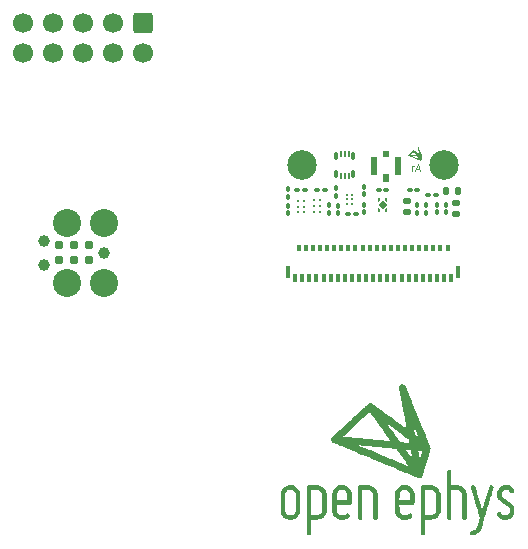
<source format=gbr>
%TF.GenerationSoftware,KiCad,Pcbnew,7.0.6*%
%TF.CreationDate,2023-09-10T10:28:08-04:00*%
%TF.ProjectId,headstage-neuropix1e,68656164-7374-4616-9765-2d6e6575726f,B*%
%TF.SameCoordinates,Original*%
%TF.FileFunction,Soldermask,Top*%
%TF.FilePolarity,Negative*%
%FSLAX46Y46*%
G04 Gerber Fmt 4.6, Leading zero omitted, Abs format (unit mm)*
G04 Created by KiCad (PCBNEW 7.0.6) date 2023-09-10 10:28:08*
%MOMM*%
%LPD*%
G01*
G04 APERTURE LIST*
G04 Aperture macros list*
%AMRoundRect*
0 Rectangle with rounded corners*
0 $1 Rounding radius*
0 $2 $3 $4 $5 $6 $7 $8 $9 X,Y pos of 4 corners*
0 Add a 4 corners polygon primitive as box body*
4,1,4,$2,$3,$4,$5,$6,$7,$8,$9,$2,$3,0*
0 Add four circle primitives for the rounded corners*
1,1,$1+$1,$2,$3*
1,1,$1+$1,$4,$5*
1,1,$1+$1,$6,$7*
1,1,$1+$1,$8,$9*
0 Add four rect primitives between the rounded corners*
20,1,$1+$1,$2,$3,$4,$5,0*
20,1,$1+$1,$4,$5,$6,$7,0*
20,1,$1+$1,$6,$7,$8,$9,0*
20,1,$1+$1,$8,$9,$2,$3,0*%
%AMRotRect*
0 Rectangle, with rotation*
0 The origin of the aperture is its center*
0 $1 length*
0 $2 width*
0 $3 Rotation angle, in degrees counterclockwise*
0 Add horizontal line*
21,1,$1,$2,0,0,$3*%
%AMFreePoly0*
4,1,6,0.180000,0.075000,0.000000,-0.105000,-0.180000,-0.105000,-0.180000,0.105000,0.180000,0.105000,0.180000,0.075000,0.180000,0.075000,$1*%
%AMFreePoly1*
4,1,6,0.180000,-0.075000,0.180000,-0.105000,-0.180000,-0.105000,-0.180000,0.105000,0.000000,0.105000,0.180000,-0.075000,0.180000,-0.075000,$1*%
%AMFreePoly2*
4,1,6,0.180000,-0.105000,0.000000,-0.105000,-0.180000,0.075000,-0.180000,0.105000,0.180000,0.105000,0.180000,-0.105000,0.180000,-0.105000,$1*%
%AMFreePoly3*
4,1,6,0.180000,-0.105000,-0.180000,-0.105000,-0.180000,-0.075000,0.000000,0.105000,0.180000,0.105000,0.180000,-0.105000,0.180000,-0.105000,$1*%
G04 Aperture macros list end*
%ADD10C,0.120000*%
%ADD11R,0.300000X0.650000*%
%ADD12R,0.300000X0.600000*%
%ADD13R,0.400000X1.000000*%
%ADD14C,2.374900*%
%ADD15C,0.990600*%
%ADD16C,0.787400*%
%ADD17RoundRect,0.100000X-0.130000X-0.100000X0.130000X-0.100000X0.130000X0.100000X-0.130000X0.100000X0*%
%ADD18RoundRect,0.100000X-0.100000X0.130000X-0.100000X-0.130000X0.100000X-0.130000X0.100000X0.130000X0*%
%ADD19RoundRect,0.009000X-0.081000X-0.233500X0.081000X-0.233500X0.081000X0.233500X-0.081000X0.233500X0*%
%ADD20RoundRect,0.011500X-0.103500X-0.256000X0.103500X-0.256000X0.103500X0.256000X-0.103500X0.256000X0*%
%ADD21R,0.500000X0.650000*%
%ADD22R,0.600000X1.500000*%
%ADD23R,0.500000X0.550000*%
%ADD24RoundRect,0.100000X0.100000X-0.130000X0.100000X0.130000X-0.100000X0.130000X-0.100000X-0.130000X0*%
%ADD25RoundRect,0.140000X-0.170000X0.140000X-0.170000X-0.140000X0.170000X-0.140000X0.170000X0.140000X0*%
%ADD26C,0.330000*%
%ADD27FreePoly0,90.000000*%
%ADD28FreePoly1,90.000000*%
%ADD29FreePoly2,90.000000*%
%ADD30FreePoly3,90.000000*%
%ADD31RotRect,0.480000X0.480000X135.000000*%
%ADD32RoundRect,0.100000X0.130000X0.100000X-0.130000X0.100000X-0.130000X-0.100000X0.130000X-0.100000X0*%
%ADD33C,2.500000*%
%ADD34RoundRect,0.140000X-0.140000X-0.170000X0.140000X-0.170000X0.140000X0.170000X-0.140000X0.170000X0*%
%ADD35RoundRect,0.250000X-0.600000X0.600000X-0.600000X-0.600000X0.600000X-0.600000X0.600000X0.600000X0*%
%ADD36C,1.700000*%
%ADD37RoundRect,0.050000X-0.250000X0.200000X-0.250000X-0.200000X0.250000X-0.200000X0.250000X0.200000X0*%
G04 APERTURE END LIST*
D10*
X145891804Y-88980331D02*
X145891804Y-88580331D01*
X145891804Y-88694617D02*
X145920375Y-88637474D01*
X145920375Y-88637474D02*
X145948947Y-88608902D01*
X145948947Y-88608902D02*
X146006089Y-88580331D01*
X146006089Y-88580331D02*
X146063232Y-88580331D01*
X146234661Y-88808902D02*
X146520376Y-88808902D01*
X146177518Y-88980331D02*
X146377518Y-88380331D01*
X146377518Y-88380331D02*
X146577518Y-88980331D01*
%TO.C,G\u002A\u002A\u002A*%
G36*
X146447059Y-86996593D02*
G01*
X146459252Y-87003452D01*
X146468308Y-87013709D01*
X146469336Y-87015589D01*
X146471070Y-87019534D01*
X146474877Y-87028566D01*
X146480620Y-87042352D01*
X146488161Y-87060559D01*
X146497363Y-87082851D01*
X146508090Y-87108897D01*
X146520204Y-87138363D01*
X146533568Y-87170915D01*
X146548044Y-87206219D01*
X146563497Y-87243942D01*
X146579789Y-87283751D01*
X146596782Y-87325312D01*
X146614339Y-87368291D01*
X146616129Y-87372676D01*
X146633759Y-87415841D01*
X146650850Y-87457661D01*
X146667264Y-87497800D01*
X146682862Y-87535920D01*
X146697507Y-87571684D01*
X146711061Y-87604755D01*
X146723384Y-87634795D01*
X146734338Y-87661469D01*
X146743786Y-87684437D01*
X146751589Y-87703364D01*
X146757608Y-87717912D01*
X146761705Y-87727743D01*
X146763743Y-87732521D01*
X146763819Y-87732690D01*
X146769149Y-87749471D01*
X146768953Y-87765122D01*
X146766100Y-87774493D01*
X146764544Y-87779020D01*
X146761494Y-87788613D01*
X146757116Y-87802726D01*
X146751579Y-87820810D01*
X146745046Y-87842320D01*
X146737687Y-87866707D01*
X146729665Y-87893425D01*
X146721149Y-87921925D01*
X146716054Y-87939039D01*
X146707350Y-87968274D01*
X146699073Y-87996007D01*
X146691385Y-88021695D01*
X146684449Y-88044797D01*
X146678428Y-88064772D01*
X146673486Y-88081078D01*
X146669786Y-88093172D01*
X146667490Y-88100515D01*
X146666862Y-88102394D01*
X146659735Y-88113748D01*
X146648776Y-88121749D01*
X146635169Y-88126060D01*
X146620101Y-88126346D01*
X146604754Y-88122269D01*
X146601723Y-88120885D01*
X146597461Y-88118981D01*
X146588136Y-88114958D01*
X146574079Y-88108955D01*
X146555625Y-88101112D01*
X146533106Y-88091569D01*
X146506854Y-88080465D01*
X146477203Y-88067940D01*
X146444484Y-88054134D01*
X146409032Y-88039187D01*
X146371177Y-88023239D01*
X146331254Y-88006428D01*
X146289595Y-87988896D01*
X146246532Y-87970782D01*
X146202399Y-87952224D01*
X146157527Y-87933365D01*
X146112251Y-87914342D01*
X146066901Y-87895296D01*
X146021812Y-87876366D01*
X145977316Y-87857692D01*
X145933745Y-87839415D01*
X145891433Y-87821673D01*
X145850711Y-87804607D01*
X145811914Y-87788356D01*
X145775372Y-87773060D01*
X145741420Y-87758859D01*
X145710390Y-87745892D01*
X145682615Y-87734300D01*
X145668050Y-87728231D01*
X145901264Y-87728231D01*
X145901397Y-87728390D01*
X145904370Y-87729850D01*
X145912298Y-87733370D01*
X145924761Y-87738774D01*
X145941336Y-87745886D01*
X145961604Y-87754528D01*
X145985142Y-87764524D01*
X146011529Y-87775697D01*
X146040344Y-87787871D01*
X146071166Y-87800869D01*
X146103574Y-87814515D01*
X146137146Y-87828632D01*
X146171461Y-87843042D01*
X146206098Y-87857570D01*
X146240635Y-87872039D01*
X146274652Y-87886273D01*
X146307726Y-87900094D01*
X146339438Y-87913326D01*
X146369365Y-87925792D01*
X146397086Y-87937317D01*
X146422180Y-87947722D01*
X146444226Y-87956832D01*
X146462803Y-87964470D01*
X146477489Y-87970459D01*
X146487863Y-87974622D01*
X146493503Y-87976784D01*
X146494438Y-87977053D01*
X146493016Y-87974527D01*
X146488505Y-87967747D01*
X146481248Y-87957202D01*
X146471588Y-87943380D01*
X146459868Y-87926771D01*
X146446430Y-87907862D01*
X146431618Y-87887144D01*
X146421485Y-87873034D01*
X146405738Y-87851281D01*
X146390858Y-87830985D01*
X146377227Y-87812646D01*
X146365226Y-87796768D01*
X146355237Y-87783851D01*
X146350389Y-87777817D01*
X146463483Y-87777817D01*
X146464924Y-87780258D01*
X146469331Y-87786778D01*
X146476242Y-87796714D01*
X146485191Y-87809403D01*
X146495716Y-87824180D01*
X146502997Y-87834335D01*
X146514345Y-87850017D01*
X146524543Y-87863909D01*
X146533107Y-87875369D01*
X146539554Y-87883755D01*
X146543399Y-87888422D01*
X146544270Y-87889163D01*
X146544108Y-87886081D01*
X146542990Y-87878195D01*
X146541067Y-87866446D01*
X146538495Y-87851779D01*
X146535863Y-87837462D01*
X146532681Y-87820922D01*
X146529733Y-87806404D01*
X146527231Y-87794880D01*
X146526587Y-87792247D01*
X146618755Y-87792247D01*
X146618789Y-87795443D01*
X146619788Y-87803315D01*
X146621593Y-87814795D01*
X146624044Y-87828813D01*
X146625022Y-87834108D01*
X146628675Y-87853584D01*
X146631412Y-87868031D01*
X146633391Y-87878173D01*
X146634769Y-87884735D01*
X146635702Y-87888443D01*
X146636348Y-87890021D01*
X146636864Y-87890195D01*
X146637122Y-87889981D01*
X146638329Y-87886913D01*
X146640886Y-87879220D01*
X146644477Y-87867889D01*
X146648788Y-87853906D01*
X146651444Y-87845136D01*
X146655972Y-87829900D01*
X146659829Y-87816550D01*
X146662723Y-87806131D01*
X146664360Y-87799689D01*
X146664619Y-87798218D01*
X146661995Y-87796665D01*
X146655225Y-87795001D01*
X146646009Y-87793447D01*
X146636045Y-87792223D01*
X146627032Y-87791553D01*
X146620670Y-87791655D01*
X146618755Y-87792247D01*
X146526587Y-87792247D01*
X146525382Y-87787320D01*
X146524483Y-87784738D01*
X146521175Y-87783785D01*
X146513599Y-87782523D01*
X146503274Y-87781124D01*
X146491723Y-87779759D01*
X146480467Y-87778603D01*
X146471026Y-87777827D01*
X146464922Y-87777604D01*
X146463483Y-87777817D01*
X146350389Y-87777817D01*
X146347641Y-87774397D01*
X146342820Y-87768908D01*
X146341404Y-87767721D01*
X146337553Y-87767082D01*
X146328346Y-87766001D01*
X146314265Y-87764522D01*
X146295786Y-87762690D01*
X146273389Y-87760551D01*
X146247554Y-87758150D01*
X146218758Y-87755531D01*
X146187481Y-87752741D01*
X146154201Y-87749825D01*
X146126095Y-87747400D01*
X146091459Y-87744420D01*
X146058370Y-87741549D01*
X146027318Y-87738831D01*
X145998788Y-87736310D01*
X145973267Y-87734029D01*
X145951244Y-87732032D01*
X145933204Y-87730364D01*
X145919635Y-87729067D01*
X145911024Y-87728186D01*
X145908038Y-87727810D01*
X145902631Y-87727284D01*
X145901264Y-87728231D01*
X145668050Y-87728231D01*
X145658426Y-87724221D01*
X145638158Y-87715797D01*
X145622142Y-87709165D01*
X145610712Y-87704468D01*
X145604201Y-87701843D01*
X145602993Y-87701385D01*
X145590254Y-87694452D01*
X145579634Y-87684042D01*
X145572666Y-87671833D01*
X145571206Y-87666614D01*
X145570462Y-87662822D01*
X145569905Y-87659359D01*
X145569767Y-87655979D01*
X145570283Y-87652434D01*
X145571690Y-87648477D01*
X145574221Y-87643863D01*
X145578113Y-87638344D01*
X145583599Y-87631673D01*
X145590915Y-87623605D01*
X145592998Y-87621448D01*
X145722177Y-87621448D01*
X145724951Y-87622197D01*
X145732694Y-87623307D01*
X145744538Y-87624678D01*
X145759619Y-87626212D01*
X145777068Y-87627811D01*
X145781448Y-87628187D01*
X145796070Y-87629433D01*
X145810132Y-87630637D01*
X145824143Y-87631844D01*
X145838611Y-87633101D01*
X145854042Y-87634453D01*
X145870945Y-87635943D01*
X145889829Y-87637618D01*
X145911199Y-87639522D01*
X145935566Y-87641701D01*
X145963436Y-87644200D01*
X145995317Y-87647063D01*
X146031717Y-87650337D01*
X146073144Y-87654066D01*
X146099753Y-87656461D01*
X146136215Y-87659743D01*
X146167273Y-87662528D01*
X146193353Y-87664845D01*
X146214882Y-87666724D01*
X146232286Y-87668194D01*
X146245990Y-87669284D01*
X146256422Y-87670022D01*
X146264007Y-87670439D01*
X146269172Y-87670562D01*
X146272343Y-87670422D01*
X146273946Y-87670047D01*
X146274408Y-87669467D01*
X146274154Y-87668710D01*
X146273941Y-87668353D01*
X146270562Y-87663292D01*
X146264246Y-87654236D01*
X146255331Y-87641650D01*
X146244153Y-87625996D01*
X146231048Y-87607738D01*
X146216354Y-87587337D01*
X146200407Y-87565258D01*
X146183544Y-87541963D01*
X146166101Y-87517915D01*
X146148416Y-87493578D01*
X146130825Y-87469414D01*
X146125896Y-87462656D01*
X146236673Y-87462656D01*
X146238964Y-87466825D01*
X146243623Y-87473655D01*
X146247648Y-87479249D01*
X146254653Y-87488991D01*
X146264202Y-87502278D01*
X146275862Y-87518503D01*
X146289197Y-87537062D01*
X146303771Y-87557349D01*
X146319151Y-87578759D01*
X146323548Y-87584879D01*
X146392928Y-87681468D01*
X146440250Y-87686204D01*
X146457144Y-87687854D01*
X146472774Y-87689304D01*
X146485860Y-87690442D01*
X146495125Y-87691155D01*
X146498191Y-87691327D01*
X146508810Y-87691713D01*
X146504678Y-87671956D01*
X146501862Y-87661216D01*
X146498523Y-87652371D01*
X146495523Y-87647512D01*
X146492222Y-87644946D01*
X146484617Y-87639326D01*
X146473173Y-87630988D01*
X146458357Y-87620267D01*
X146440635Y-87607501D01*
X146420474Y-87593026D01*
X146398341Y-87577179D01*
X146374701Y-87560295D01*
X146366105Y-87554166D01*
X146342083Y-87537042D01*
X146319425Y-87520884D01*
X146298593Y-87506023D01*
X146280049Y-87492787D01*
X146264256Y-87481508D01*
X146251677Y-87472516D01*
X146242773Y-87466141D01*
X146238008Y-87462713D01*
X146237394Y-87462264D01*
X146236673Y-87462656D01*
X146125896Y-87462656D01*
X146113664Y-87445885D01*
X146097271Y-87423456D01*
X146081982Y-87402589D01*
X146068134Y-87383748D01*
X146056063Y-87367394D01*
X146046107Y-87353992D01*
X146038601Y-87344003D01*
X146033883Y-87337892D01*
X146032303Y-87336089D01*
X146029781Y-87338016D01*
X146023392Y-87343541D01*
X146013554Y-87352280D01*
X146000684Y-87363849D01*
X145985199Y-87377864D01*
X145967518Y-87393940D01*
X145948056Y-87411694D01*
X145927233Y-87430742D01*
X145905464Y-87450699D01*
X145883168Y-87471182D01*
X145860762Y-87491806D01*
X145838663Y-87512187D01*
X145817289Y-87531942D01*
X145797057Y-87550686D01*
X145778385Y-87568035D01*
X145761689Y-87583605D01*
X145747388Y-87597012D01*
X145735898Y-87607872D01*
X145727638Y-87615801D01*
X145723024Y-87620415D01*
X145722177Y-87621448D01*
X145592998Y-87621448D01*
X145600296Y-87613891D01*
X145611977Y-87602286D01*
X145626192Y-87588542D01*
X145643176Y-87572414D01*
X145663165Y-87553653D01*
X145686393Y-87532014D01*
X145713096Y-87507250D01*
X145743508Y-87479113D01*
X145777864Y-87447358D01*
X145795591Y-87430975D01*
X145826098Y-87402812D01*
X145855501Y-87375737D01*
X145883501Y-87350021D01*
X145909801Y-87325935D01*
X145934103Y-87303747D01*
X145956111Y-87283729D01*
X145975528Y-87266149D01*
X145992055Y-87251278D01*
X146005396Y-87239387D01*
X146015253Y-87230745D01*
X146021329Y-87225621D01*
X146023190Y-87224266D01*
X146037519Y-87220835D01*
X146052059Y-87222974D01*
X146058042Y-87225602D01*
X146061824Y-87228057D01*
X146069993Y-87233671D01*
X146082183Y-87242184D01*
X146098029Y-87253338D01*
X146117166Y-87266873D01*
X146139228Y-87282530D01*
X146163849Y-87300050D01*
X146190664Y-87319172D01*
X146219308Y-87339639D01*
X146249415Y-87361191D01*
X146271078Y-87376721D01*
X146301747Y-87398702D01*
X146331036Y-87419654D01*
X146358598Y-87439330D01*
X146384087Y-87457488D01*
X146407157Y-87473880D01*
X146427463Y-87488263D01*
X146444659Y-87500390D01*
X146458399Y-87510018D01*
X146468337Y-87516901D01*
X146474127Y-87520794D01*
X146475539Y-87521605D01*
X146475155Y-87518625D01*
X146473760Y-87510319D01*
X146471434Y-87497112D01*
X146468254Y-87479429D01*
X146466015Y-87467131D01*
X146557514Y-87467131D01*
X146557766Y-87470147D01*
X146558983Y-87478087D01*
X146561025Y-87490130D01*
X146563750Y-87505451D01*
X146567016Y-87523229D01*
X146568908Y-87533317D01*
X146581235Y-87598569D01*
X146600260Y-87612758D01*
X146611900Y-87621160D01*
X146619406Y-87625880D01*
X146623067Y-87627071D01*
X146623188Y-87624926D01*
X146609071Y-87590312D01*
X146597009Y-87560787D01*
X146586859Y-87536011D01*
X146578482Y-87515646D01*
X146571735Y-87499353D01*
X146566479Y-87486794D01*
X146562571Y-87477630D01*
X146559872Y-87471522D01*
X146558240Y-87468131D01*
X146557535Y-87467120D01*
X146557514Y-87467131D01*
X146466015Y-87467131D01*
X146464298Y-87457696D01*
X146459644Y-87432338D01*
X146454370Y-87403781D01*
X146448555Y-87372449D01*
X146442275Y-87338769D01*
X146435609Y-87303166D01*
X146431623Y-87281941D01*
X146424733Y-87245196D01*
X146418165Y-87209964D01*
X146411997Y-87176690D01*
X146406312Y-87145816D01*
X146401190Y-87117789D01*
X146396711Y-87093052D01*
X146392957Y-87072050D01*
X146390007Y-87055228D01*
X146387943Y-87043029D01*
X146386845Y-87035898D01*
X146386682Y-87034315D01*
X146388953Y-87024042D01*
X146395144Y-87012925D01*
X146404048Y-87002949D01*
X146407335Y-87000277D01*
X146419534Y-86994619D01*
X146433298Y-86993520D01*
X146447059Y-86996593D01*
G37*
G36*
X135679905Y-115571203D02*
G01*
X135784976Y-115586873D01*
X135843922Y-115602831D01*
X135970199Y-115654904D01*
X136081844Y-115723761D01*
X136183049Y-115811436D01*
X136270618Y-115912520D01*
X136339043Y-116022976D01*
X136391929Y-116148639D01*
X136392586Y-116150563D01*
X136425601Y-116247510D01*
X136425601Y-117047319D01*
X136425601Y-117847128D01*
X136392586Y-117944075D01*
X136339724Y-118069948D01*
X136270678Y-118181223D01*
X136183158Y-118282577D01*
X136075234Y-118375634D01*
X135957986Y-118446344D01*
X135831013Y-118494883D01*
X135693911Y-118521425D01*
X135625792Y-118526354D01*
X135567021Y-118527131D01*
X135510958Y-118525526D01*
X135466223Y-118521880D01*
X135450987Y-118519439D01*
X135315802Y-118481705D01*
X135196406Y-118428028D01*
X135088602Y-118356177D01*
X135007459Y-118283686D01*
X134929875Y-118196819D01*
X134869378Y-118106447D01*
X134821466Y-118005031D01*
X134793771Y-117925897D01*
X134765391Y-117835010D01*
X134765391Y-117810773D01*
X135153177Y-117810773D01*
X135186069Y-117877424D01*
X135242661Y-117970159D01*
X135311738Y-118042855D01*
X135395265Y-118097309D01*
X135453710Y-118122177D01*
X135530174Y-118139183D01*
X135616261Y-118141618D01*
X135702615Y-118129984D01*
X135779880Y-118104782D01*
X135780128Y-118104668D01*
X135856299Y-118058202D01*
X135926108Y-117993800D01*
X135983234Y-117917761D01*
X136002192Y-117883329D01*
X136037815Y-117810773D01*
X136037815Y-117047319D01*
X136037815Y-116283865D01*
X136002192Y-116211310D01*
X135951930Y-116131646D01*
X135885905Y-116060836D01*
X135810555Y-116005317D01*
X135780128Y-115989246D01*
X135742556Y-115973215D01*
X135708136Y-115963427D01*
X135668596Y-115958423D01*
X135615667Y-115956744D01*
X135595496Y-115956670D01*
X135536809Y-115957623D01*
X135494045Y-115961453D01*
X135458935Y-115969620D01*
X135423208Y-115983583D01*
X135410864Y-115989246D01*
X135337471Y-116034411D01*
X135268772Y-116096305D01*
X135212125Y-116167568D01*
X135185754Y-116214357D01*
X135153177Y-116283865D01*
X135153177Y-117047319D01*
X135153177Y-117810773D01*
X134765391Y-117810773D01*
X134765391Y-117047319D01*
X134765391Y-116259628D01*
X134793771Y-116168741D01*
X134835697Y-116055506D01*
X134887146Y-115958443D01*
X134952618Y-115870012D01*
X135007459Y-115810952D01*
X135094327Y-115733368D01*
X135184699Y-115672871D01*
X135286114Y-115624959D01*
X135365248Y-115597263D01*
X135461161Y-115576295D01*
X135569006Y-115567642D01*
X135679905Y-115571203D01*
G37*
G36*
X140049562Y-115570201D02*
G01*
X140151571Y-115584642D01*
X140200458Y-115597297D01*
X140317806Y-115641166D01*
X140418418Y-115695580D01*
X140508860Y-115764421D01*
X140551889Y-115805032D01*
X140639392Y-115904769D01*
X140707079Y-116010197D01*
X140759336Y-116128355D01*
X140767118Y-116150563D01*
X140799952Y-116247510D01*
X140800133Y-116685888D01*
X140800134Y-116800673D01*
X140799945Y-116893731D01*
X140799433Y-116967573D01*
X140798466Y-117024707D01*
X140796913Y-117067643D01*
X140794642Y-117098892D01*
X140791520Y-117120964D01*
X140787416Y-117136367D01*
X140782198Y-117147613D01*
X140775735Y-117157210D01*
X140775329Y-117157754D01*
X140746479Y-117190115D01*
X140716890Y-117216227D01*
X140708509Y-117221978D01*
X140698688Y-117226789D01*
X140685289Y-117230759D01*
X140666172Y-117233985D01*
X140639200Y-117236567D01*
X140602232Y-117238603D01*
X140553132Y-117240191D01*
X140489759Y-117241432D01*
X140409976Y-117242422D01*
X140311643Y-117243260D01*
X140192622Y-117244046D01*
X140101832Y-117244582D01*
X139520227Y-117247953D01*
X139524059Y-117529363D01*
X139527891Y-117810773D01*
X139566079Y-117891375D01*
X139619939Y-117980504D01*
X139689285Y-118051570D01*
X139776341Y-118106795D01*
X139786602Y-118111766D01*
X139831355Y-118131393D01*
X139868988Y-118142869D01*
X139909568Y-118148275D01*
X139963162Y-118149690D01*
X139970210Y-118149691D01*
X140060185Y-118142602D01*
X140138426Y-118119770D01*
X140212046Y-118078481D01*
X140264347Y-118037396D01*
X140331482Y-117990310D01*
X140396361Y-117967122D01*
X140458626Y-117967854D01*
X140517920Y-117992526D01*
X140553846Y-118020612D01*
X140596976Y-118073916D01*
X140616714Y-118130422D01*
X140613545Y-118189158D01*
X140587952Y-118249148D01*
X140540417Y-118309420D01*
X140471424Y-118369000D01*
X140381456Y-118426914D01*
X140341558Y-118448442D01*
X140235454Y-118491374D01*
X140116584Y-118519338D01*
X139991768Y-118531641D01*
X139867826Y-118527592D01*
X139756596Y-118507834D01*
X139622375Y-118460663D01*
X139501263Y-118393572D01*
X139394573Y-118307812D01*
X139303619Y-118204634D01*
X139229712Y-118085291D01*
X139174904Y-117953294D01*
X139140105Y-117847128D01*
X139140105Y-117047319D01*
X139140105Y-116859485D01*
X139519910Y-116859485D01*
X139970210Y-116859485D01*
X140420510Y-116859485D01*
X140416478Y-116571675D01*
X140412447Y-116283865D01*
X140376974Y-116211419D01*
X140326945Y-116132002D01*
X140261086Y-116061260D01*
X140185886Y-116005684D01*
X140154842Y-115989246D01*
X140117270Y-115973215D01*
X140082849Y-115963427D01*
X140043310Y-115958423D01*
X139990381Y-115956744D01*
X139970210Y-115956670D01*
X139911522Y-115957623D01*
X139868759Y-115961453D01*
X139833649Y-115969620D01*
X139797922Y-115983583D01*
X139785578Y-115989246D01*
X139708467Y-116036992D01*
X139638118Y-116102483D01*
X139581020Y-116179230D01*
X139563446Y-116211419D01*
X139527973Y-116283865D01*
X139523941Y-116571675D01*
X139519910Y-116859485D01*
X139140105Y-116859485D01*
X139140105Y-116247510D01*
X139173120Y-116150563D01*
X139223471Y-116029171D01*
X139288373Y-115921920D01*
X139372277Y-115821671D01*
X139388531Y-115805032D01*
X139476368Y-115727614D01*
X139571125Y-115666543D01*
X139679367Y-115617939D01*
X139739962Y-115597297D01*
X139834414Y-115576529D01*
X139940729Y-115567497D01*
X140049562Y-115570201D01*
G37*
G36*
X145357387Y-115570201D02*
G01*
X145459396Y-115584642D01*
X145508282Y-115597297D01*
X145625631Y-115641166D01*
X145726242Y-115695580D01*
X145816684Y-115764421D01*
X145859714Y-115805032D01*
X145947216Y-115904769D01*
X146014904Y-116010197D01*
X146067160Y-116128355D01*
X146074942Y-116150563D01*
X146107776Y-116247510D01*
X146107958Y-116685888D01*
X146107959Y-116800673D01*
X146107769Y-116893731D01*
X146107257Y-116967573D01*
X146106290Y-117024707D01*
X146104738Y-117067643D01*
X146102466Y-117098892D01*
X146099345Y-117120964D01*
X146095241Y-117136367D01*
X146090023Y-117147613D01*
X146083559Y-117157210D01*
X146083154Y-117157754D01*
X146054304Y-117190115D01*
X146024715Y-117216227D01*
X146016334Y-117221978D01*
X146006513Y-117226789D01*
X145993113Y-117230759D01*
X145973997Y-117233985D01*
X145947024Y-117236567D01*
X145910057Y-117238603D01*
X145860956Y-117240191D01*
X145797584Y-117241432D01*
X145717800Y-117242422D01*
X145619467Y-117243260D01*
X145500446Y-117244046D01*
X145409656Y-117244582D01*
X144828051Y-117247953D01*
X144831883Y-117529363D01*
X144835716Y-117810773D01*
X144873903Y-117891375D01*
X144927763Y-117980504D01*
X144997109Y-118051570D01*
X145084166Y-118106795D01*
X145094427Y-118111766D01*
X145139179Y-118131393D01*
X145176812Y-118142869D01*
X145217392Y-118148275D01*
X145270987Y-118149690D01*
X145278034Y-118149691D01*
X145368009Y-118142602D01*
X145446250Y-118119770D01*
X145519871Y-118078481D01*
X145572171Y-118037396D01*
X145639306Y-117990310D01*
X145704185Y-117967122D01*
X145766451Y-117967854D01*
X145825744Y-117992526D01*
X145861671Y-118020612D01*
X145904800Y-118073916D01*
X145924539Y-118130422D01*
X145921370Y-118189158D01*
X145895776Y-118249148D01*
X145848242Y-118309420D01*
X145779249Y-118369000D01*
X145689281Y-118426914D01*
X145649382Y-118448442D01*
X145543278Y-118491374D01*
X145424408Y-118519338D01*
X145299592Y-118531641D01*
X145175650Y-118527592D01*
X145064421Y-118507834D01*
X144930200Y-118460663D01*
X144809088Y-118393572D01*
X144702398Y-118307812D01*
X144611443Y-118204634D01*
X144537536Y-118085291D01*
X144482728Y-117953294D01*
X144447929Y-117847128D01*
X144447929Y-117047319D01*
X144447929Y-116859485D01*
X144827734Y-116859485D01*
X145278034Y-116859485D01*
X145728335Y-116859485D01*
X145724303Y-116571675D01*
X145720271Y-116283865D01*
X145684798Y-116211419D01*
X145634770Y-116132002D01*
X145568911Y-116061260D01*
X145493710Y-116005684D01*
X145462666Y-115989246D01*
X145425094Y-115973215D01*
X145390674Y-115963427D01*
X145351134Y-115958423D01*
X145298205Y-115956744D01*
X145278034Y-115956670D01*
X145219347Y-115957623D01*
X145176584Y-115961453D01*
X145141474Y-115969620D01*
X145105746Y-115983583D01*
X145093402Y-115989246D01*
X145016291Y-116036992D01*
X144945942Y-116102483D01*
X144888845Y-116179230D01*
X144871270Y-116211419D01*
X144835798Y-116283865D01*
X144831766Y-116571675D01*
X144827734Y-116859485D01*
X144447929Y-116859485D01*
X144447929Y-116247510D01*
X144480945Y-116150563D01*
X144531296Y-116029171D01*
X144596198Y-115921920D01*
X144680102Y-115821671D01*
X144696355Y-115805032D01*
X144784192Y-115727614D01*
X144878949Y-115666543D01*
X144987191Y-115617939D01*
X145047786Y-115597297D01*
X145142239Y-115576529D01*
X145248553Y-115567497D01*
X145357387Y-115570201D01*
G37*
G36*
X142409158Y-115631108D02*
G01*
X142510179Y-115672085D01*
X142595146Y-115718428D01*
X142672241Y-115775233D01*
X142738331Y-115836188D01*
X142826347Y-115937270D01*
X142894769Y-116046956D01*
X142947452Y-116171455D01*
X142948597Y-116174800D01*
X142981613Y-116271747D01*
X142981613Y-117340295D01*
X142981605Y-117525560D01*
X142981557Y-117688125D01*
X142981436Y-117829528D01*
X142981205Y-117951306D01*
X142980831Y-118054997D01*
X142980278Y-118142137D01*
X142979511Y-118214265D01*
X142978497Y-118272916D01*
X142977198Y-118319629D01*
X142975582Y-118355941D01*
X142973613Y-118383389D01*
X142971256Y-118403511D01*
X142968476Y-118417842D01*
X142965238Y-118427922D01*
X142961509Y-118435287D01*
X142957252Y-118441475D01*
X142956627Y-118442314D01*
X142914874Y-118488489D01*
X142870244Y-118514805D01*
X142815110Y-118525169D01*
X142793779Y-118525754D01*
X142733627Y-118519714D01*
X142686440Y-118498989D01*
X142644588Y-118459670D01*
X142630930Y-118442328D01*
X142626561Y-118436074D01*
X142622721Y-118428728D01*
X142619369Y-118418741D01*
X142616457Y-118404560D01*
X142613943Y-118384633D01*
X142611782Y-118357410D01*
X142609929Y-118321339D01*
X142608340Y-118274869D01*
X142606970Y-118216448D01*
X142605775Y-118144524D01*
X142604711Y-118057547D01*
X142603733Y-117953965D01*
X142602797Y-117832227D01*
X142601858Y-117690781D01*
X142600871Y-117528075D01*
X142599885Y-117358487D01*
X142593826Y-116308101D01*
X142558313Y-116235656D01*
X142503336Y-116149665D01*
X142430499Y-116075823D01*
X142345189Y-116019515D01*
X142339077Y-116016461D01*
X142266632Y-115980989D01*
X141978993Y-115976959D01*
X141691355Y-115972929D01*
X141688154Y-117190894D01*
X141687625Y-117389469D01*
X141687124Y-117565241D01*
X141686618Y-117719646D01*
X141686075Y-117854118D01*
X141685463Y-117970091D01*
X141684750Y-118069000D01*
X141683902Y-118152279D01*
X141682888Y-118221362D01*
X141681675Y-118277684D01*
X141680232Y-118322680D01*
X141678525Y-118357783D01*
X141676523Y-118384429D01*
X141674193Y-118404052D01*
X141671503Y-118418086D01*
X141668420Y-118427965D01*
X141664913Y-118435125D01*
X141660948Y-118440999D01*
X141659967Y-118442321D01*
X141631895Y-118474026D01*
X141603308Y-118499431D01*
X141562652Y-118518180D01*
X141510154Y-118527306D01*
X141456592Y-118525881D01*
X141417748Y-118515439D01*
X141373953Y-118485818D01*
X141336542Y-118443296D01*
X141312748Y-118396704D01*
X141309301Y-118383007D01*
X141308391Y-118365825D01*
X141307579Y-118326024D01*
X141306869Y-118265224D01*
X141306264Y-118185042D01*
X141305771Y-118087097D01*
X141305391Y-117973008D01*
X141305131Y-117844392D01*
X141304993Y-117702868D01*
X141304982Y-117550055D01*
X141305103Y-117387570D01*
X141305359Y-117217033D01*
X141305755Y-117040061D01*
X141305790Y-117026998D01*
X141306345Y-116820052D01*
X141306867Y-116635966D01*
X141307386Y-116473364D01*
X141307931Y-116330868D01*
X141308531Y-116207102D01*
X141309215Y-116100690D01*
X141310012Y-116010254D01*
X141310950Y-115934418D01*
X141312059Y-115871806D01*
X141313369Y-115821041D01*
X141314907Y-115780746D01*
X141316703Y-115749545D01*
X141318787Y-115726060D01*
X141321186Y-115708916D01*
X141323931Y-115696736D01*
X141327050Y-115688143D01*
X141330572Y-115681760D01*
X141334270Y-115676554D01*
X141363130Y-115644214D01*
X141392751Y-115618106D01*
X141402337Y-115611567D01*
X141413438Y-115606281D01*
X141428566Y-115602113D01*
X141450228Y-115598932D01*
X141480936Y-115596605D01*
X141523200Y-115594999D01*
X141579528Y-115593980D01*
X141652432Y-115593416D01*
X141744420Y-115593174D01*
X141858004Y-115593121D01*
X141864616Y-115593121D01*
X142302987Y-115593121D01*
X142409158Y-115631108D01*
G37*
G36*
X149094864Y-114278263D02*
G01*
X149142051Y-114298988D01*
X149183903Y-114338305D01*
X149197562Y-114355649D01*
X149203241Y-114363914D01*
X149208003Y-114373596D01*
X149211944Y-114386802D01*
X149215158Y-114405637D01*
X149217739Y-114432207D01*
X149219783Y-114468619D01*
X149221383Y-114516978D01*
X149222635Y-114579391D01*
X149223632Y-114657964D01*
X149224469Y-114754802D01*
X149225242Y-114872012D01*
X149225905Y-114987016D01*
X149229263Y-115584929D01*
X149534923Y-115589753D01*
X149629783Y-115591358D01*
X149704152Y-115593047D01*
X149761772Y-115595165D01*
X149806388Y-115598056D01*
X149841743Y-115602067D01*
X149871581Y-115607541D01*
X149899645Y-115614825D01*
X149929679Y-115624263D01*
X149937529Y-115626864D01*
X150063757Y-115679087D01*
X150175205Y-115747820D01*
X150276656Y-115835673D01*
X150364225Y-115936757D01*
X150432650Y-116047213D01*
X150485535Y-116172876D01*
X150486193Y-116174800D01*
X150519208Y-116271747D01*
X150519208Y-117340295D01*
X150519200Y-117525560D01*
X150519153Y-117688125D01*
X150519031Y-117829528D01*
X150518801Y-117951306D01*
X150518426Y-118054997D01*
X150517873Y-118142137D01*
X150517107Y-118214265D01*
X150516092Y-118272916D01*
X150514794Y-118319629D01*
X150513177Y-118355941D01*
X150511208Y-118383389D01*
X150508851Y-118403511D01*
X150506071Y-118417842D01*
X150502834Y-118427922D01*
X150499104Y-118435287D01*
X150494847Y-118441475D01*
X150494223Y-118442314D01*
X150452470Y-118488489D01*
X150407839Y-118514805D01*
X150352705Y-118525169D01*
X150331374Y-118525754D01*
X150271223Y-118519714D01*
X150224035Y-118498989D01*
X150182183Y-118459670D01*
X150168525Y-118442328D01*
X150164156Y-118436074D01*
X150160317Y-118428728D01*
X150156964Y-118418741D01*
X150154053Y-118404560D01*
X150151539Y-118384633D01*
X150149377Y-118357410D01*
X150147524Y-118321339D01*
X150145935Y-118274869D01*
X150144565Y-118216448D01*
X150143371Y-118144524D01*
X150142306Y-118057547D01*
X150141328Y-117953965D01*
X150140392Y-117832227D01*
X150139453Y-117690781D01*
X150138467Y-117528075D01*
X150137481Y-117358487D01*
X150131422Y-116308101D01*
X150095908Y-116235656D01*
X150040931Y-116149665D01*
X149968094Y-116075823D01*
X149882785Y-116019515D01*
X149876673Y-116016461D01*
X149804227Y-115980989D01*
X149516589Y-115976959D01*
X149228950Y-115972929D01*
X149225749Y-117190894D01*
X149225220Y-117389469D01*
X149224719Y-117565241D01*
X149224214Y-117719646D01*
X149223671Y-117854118D01*
X149223059Y-117970091D01*
X149222345Y-118069000D01*
X149221497Y-118152279D01*
X149220483Y-118221362D01*
X149219271Y-118277684D01*
X149217827Y-118322680D01*
X149216120Y-118357783D01*
X149214118Y-118384429D01*
X149211788Y-118404052D01*
X149209098Y-118418086D01*
X149206016Y-118427965D01*
X149202508Y-118435125D01*
X149198544Y-118440999D01*
X149197562Y-118442321D01*
X149169491Y-118474026D01*
X149140903Y-118499431D01*
X149100248Y-118518180D01*
X149047749Y-118527306D01*
X148994187Y-118525881D01*
X148955344Y-118515439D01*
X148911557Y-118485827D01*
X148874159Y-118443323D01*
X148850377Y-118396752D01*
X148846923Y-118383007D01*
X148846177Y-118366758D01*
X148845495Y-118327576D01*
X148844879Y-118266765D01*
X148844331Y-118185628D01*
X148843855Y-118085469D01*
X148843451Y-117967593D01*
X148843123Y-117833302D01*
X148842873Y-117683901D01*
X148842703Y-117520693D01*
X148842615Y-117344982D01*
X148842611Y-117158071D01*
X148842694Y-116961264D01*
X148842866Y-116755866D01*
X148843130Y-116543179D01*
X148843412Y-116366551D01*
X148843863Y-116110360D01*
X148844289Y-115877291D01*
X148844703Y-115666231D01*
X148845123Y-115476066D01*
X148845563Y-115305681D01*
X148846041Y-115153963D01*
X148846570Y-115019798D01*
X148847167Y-114902071D01*
X148847849Y-114799669D01*
X148848630Y-114711478D01*
X148849526Y-114636384D01*
X148850554Y-114573272D01*
X148851729Y-114521029D01*
X148853066Y-114478541D01*
X148854581Y-114444694D01*
X148856291Y-114418374D01*
X148858211Y-114398466D01*
X148860357Y-114383858D01*
X148862744Y-114373434D01*
X148865388Y-114366081D01*
X148868306Y-114360685D01*
X148871512Y-114356132D01*
X148871865Y-114355658D01*
X148913620Y-114309486D01*
X148958249Y-114283172D01*
X149013379Y-114272809D01*
X149034714Y-114272224D01*
X149094864Y-114278263D01*
G37*
G36*
X153869924Y-115569524D02*
G01*
X153933879Y-115570442D01*
X153981639Y-115573382D01*
X154021231Y-115579653D01*
X154060686Y-115590564D01*
X154108033Y-115607422D01*
X154112290Y-115609025D01*
X154231959Y-115664692D01*
X154340146Y-115736020D01*
X154433143Y-115820039D01*
X154507242Y-115913781D01*
X154521323Y-115936578D01*
X154548183Y-116002277D01*
X154553333Y-116066957D01*
X154537747Y-116126721D01*
X154502401Y-116177676D01*
X154451788Y-116214185D01*
X154384946Y-116236343D01*
X154320536Y-116235630D01*
X154261992Y-116213011D01*
X154212749Y-116169452D01*
X154193554Y-116141609D01*
X154137319Y-116065964D01*
X154068749Y-116010659D01*
X153986860Y-115975154D01*
X153890669Y-115958911D01*
X153857805Y-115957703D01*
X153775141Y-115962140D01*
X153707490Y-115979087D01*
X153647639Y-116011387D01*
X153588375Y-116061889D01*
X153584824Y-116065416D01*
X153527794Y-116137812D01*
X153490141Y-116219013D01*
X153472099Y-116304968D01*
X153473901Y-116391625D01*
X153495779Y-116474932D01*
X153537964Y-116550836D01*
X153555708Y-116572807D01*
X153579191Y-116594991D01*
X153620389Y-116628916D01*
X153676920Y-116672781D01*
X153746404Y-116724780D01*
X153826455Y-116783111D01*
X153914694Y-116845970D01*
X153940700Y-116864246D01*
X154023818Y-116923056D01*
X154103327Y-116980384D01*
X154176299Y-117034038D01*
X154239805Y-117081828D01*
X154290917Y-117121560D01*
X154326707Y-117151042D01*
X154339422Y-117162714D01*
X154423237Y-117260018D01*
X154487908Y-117366571D01*
X154529351Y-117464866D01*
X154544543Y-117509474D01*
X154554889Y-117546869D01*
X154561321Y-117583767D01*
X154564772Y-117626885D01*
X154566174Y-117682939D01*
X154566432Y-117732004D01*
X154563355Y-117837229D01*
X154552540Y-117925498D01*
X154532241Y-118003343D01*
X154500712Y-118077292D01*
X154456208Y-118153875D01*
X154451781Y-118160698D01*
X154367717Y-118268615D01*
X154268931Y-118359566D01*
X154158151Y-118432467D01*
X154038100Y-118486231D01*
X153911505Y-118519772D01*
X153781091Y-118532003D01*
X153649582Y-118521839D01*
X153581865Y-118507394D01*
X153459443Y-118464139D01*
X153344130Y-118401695D01*
X153240391Y-118323189D01*
X153152689Y-118231748D01*
X153115073Y-118180382D01*
X153078033Y-118108633D01*
X153062328Y-118040394D01*
X153067257Y-117978214D01*
X153092120Y-117924640D01*
X153136218Y-117882221D01*
X153198850Y-117853504D01*
X153205396Y-117851672D01*
X153272512Y-117843784D01*
X153331327Y-117858585D01*
X153383002Y-117896457D01*
X153399970Y-117915674D01*
X153452247Y-117978882D01*
X153495455Y-118025801D01*
X153533842Y-118060389D01*
X153571656Y-118086608D01*
X153599800Y-118101972D01*
X153638040Y-118119536D01*
X153672049Y-118130140D01*
X153710543Y-118135512D01*
X153762240Y-118137379D01*
X153779036Y-118137504D01*
X153835008Y-118136824D01*
X153875296Y-118133120D01*
X153908414Y-118124751D01*
X153942875Y-118110074D01*
X153956633Y-118103242D01*
X154035680Y-118051531D01*
X154103569Y-117984258D01*
X154150657Y-117913779D01*
X154163875Y-117884998D01*
X154172268Y-117855823D01*
X154176871Y-117819596D01*
X154178721Y-117769658D01*
X154178941Y-117732004D01*
X154178438Y-117673331D01*
X154176073Y-117632009D01*
X154170557Y-117601159D01*
X154160603Y-117573901D01*
X154144923Y-117543356D01*
X154142972Y-117539822D01*
X154130672Y-117518304D01*
X154118006Y-117498797D01*
X154103007Y-117479687D01*
X154083708Y-117459359D01*
X154058140Y-117436199D01*
X154024338Y-117408592D01*
X153980332Y-117374924D01*
X153924155Y-117333580D01*
X153853841Y-117282946D01*
X153767421Y-117221408D01*
X153675685Y-117156384D01*
X153578091Y-117086563D01*
X153490611Y-117022566D01*
X153415216Y-116965902D01*
X153353877Y-116918079D01*
X153308565Y-116880605D01*
X153281251Y-116854989D01*
X153279840Y-116853426D01*
X153205757Y-116753023D01*
X153146121Y-116637151D01*
X153116719Y-116556527D01*
X153096402Y-116464230D01*
X153087360Y-116361315D01*
X153089626Y-116256838D01*
X153103230Y-116159856D01*
X153115169Y-116114208D01*
X153166363Y-115991805D01*
X153237896Y-115879792D01*
X153327166Y-115780734D01*
X153431575Y-115697194D01*
X153548523Y-115631735D01*
X153639676Y-115597039D01*
X153689104Y-115583440D01*
X153736420Y-115574981D01*
X153789966Y-115570663D01*
X153858086Y-115569491D01*
X153869924Y-115569524D01*
G37*
G36*
X152690300Y-115586672D02*
G01*
X152741428Y-115619272D01*
X152779637Y-115665975D01*
X152800714Y-115723608D01*
X152803511Y-115755273D01*
X152800110Y-115769859D01*
X152790211Y-115806113D01*
X152774274Y-115862485D01*
X152752759Y-115937427D01*
X152726124Y-116029389D01*
X152694830Y-116136822D01*
X152659336Y-116258176D01*
X152620100Y-116391903D01*
X152577583Y-116536454D01*
X152532243Y-116690279D01*
X152484541Y-116851829D01*
X152434935Y-117019555D01*
X152383884Y-117191908D01*
X152331849Y-117367339D01*
X152279288Y-117544298D01*
X152226662Y-117721237D01*
X152174428Y-117896605D01*
X152123047Y-118068855D01*
X152072978Y-118236436D01*
X152024680Y-118397800D01*
X151978613Y-118551397D01*
X151935236Y-118695679D01*
X151895009Y-118829096D01*
X151858390Y-118950099D01*
X151825839Y-119057139D01*
X151797816Y-119148666D01*
X151784367Y-119192262D01*
X151747143Y-119299892D01*
X151706728Y-119389274D01*
X151659723Y-119466391D01*
X151602729Y-119537232D01*
X151567602Y-119573989D01*
X151456614Y-119668708D01*
X151336017Y-119741712D01*
X151207033Y-119792436D01*
X151070887Y-119820311D01*
X151028177Y-119824176D01*
X150976292Y-119826545D01*
X150940044Y-119824767D01*
X150911012Y-119817611D01*
X150880771Y-119803848D01*
X150877595Y-119802186D01*
X150824873Y-119762102D01*
X150792043Y-119708406D01*
X150779818Y-119642307D01*
X150779752Y-119636601D01*
X150787824Y-119570555D01*
X150812907Y-119518898D01*
X150856297Y-119480471D01*
X150919293Y-119454116D01*
X151001366Y-119438879D01*
X151110763Y-119416736D01*
X151203984Y-119376568D01*
X151281111Y-119318322D01*
X151342228Y-119241945D01*
X151358037Y-119214390D01*
X151372275Y-119182317D01*
X151391144Y-119132170D01*
X151413664Y-119067237D01*
X151438856Y-118990810D01*
X151465740Y-118906178D01*
X151493336Y-118816631D01*
X151520665Y-118725459D01*
X151546748Y-118635952D01*
X151570604Y-118551401D01*
X151591254Y-118475095D01*
X151607719Y-118410325D01*
X151619018Y-118360379D01*
X151624174Y-118328550D01*
X151624162Y-118320577D01*
X151619866Y-118304024D01*
X151609067Y-118265852D01*
X151592235Y-118207652D01*
X151569842Y-118131017D01*
X151542357Y-118037538D01*
X151510252Y-117928807D01*
X151473998Y-117806418D01*
X151434064Y-117671961D01*
X151390922Y-117527028D01*
X151345043Y-117373213D01*
X151296897Y-117212106D01*
X151258452Y-117083674D01*
X151208664Y-116917389D01*
X151160608Y-116756738D01*
X151114771Y-116603357D01*
X151071640Y-116458883D01*
X151031702Y-116324951D01*
X150995444Y-116203198D01*
X150963353Y-116095261D01*
X150935916Y-116002775D01*
X150913621Y-115927378D01*
X150896953Y-115870704D01*
X150886401Y-115834392D01*
X150882806Y-115821555D01*
X150873826Y-115749357D01*
X150887148Y-115686349D01*
X150922936Y-115631851D01*
X150930905Y-115623732D01*
X150982729Y-115588446D01*
X151041385Y-115572398D01*
X151101455Y-115574801D01*
X151157522Y-115594868D01*
X151204168Y-115631810D01*
X151228130Y-115666928D01*
X151234300Y-115683806D01*
X151246798Y-115722147D01*
X151265082Y-115780171D01*
X151288610Y-115856100D01*
X151316839Y-115948153D01*
X151349227Y-116054551D01*
X151385231Y-116173515D01*
X151424310Y-116303265D01*
X151465920Y-116442023D01*
X151509520Y-116588007D01*
X151537147Y-116680809D01*
X151581382Y-116829345D01*
X151623711Y-116971022D01*
X151663619Y-117104144D01*
X151700591Y-117227016D01*
X151734113Y-117337942D01*
X151763670Y-117435226D01*
X151788747Y-117517172D01*
X151808829Y-117582084D01*
X151823403Y-117628267D01*
X151831953Y-117654026D01*
X151834046Y-117659014D01*
X151838398Y-117647704D01*
X151849170Y-117614919D01*
X151865824Y-117562400D01*
X151887825Y-117491890D01*
X151914638Y-117405131D01*
X151945726Y-117303864D01*
X151980554Y-117189832D01*
X152018586Y-117064776D01*
X152059287Y-116930438D01*
X152102119Y-116788561D01*
X152118203Y-116735159D01*
X152162276Y-116588751D01*
X152204771Y-116447602D01*
X152245106Y-116313648D01*
X152282698Y-116188824D01*
X152316963Y-116075067D01*
X152347318Y-115974312D01*
X152373181Y-115888495D01*
X152393968Y-115819550D01*
X152409096Y-115769415D01*
X152417982Y-115740023D01*
X152419247Y-115735858D01*
X152449911Y-115664290D01*
X152492481Y-115613326D01*
X152547881Y-115581962D01*
X152566140Y-115576475D01*
X152630466Y-115571348D01*
X152690300Y-115586672D01*
G37*
G36*
X138082917Y-115631108D02*
G01*
X138183939Y-115672085D01*
X138268906Y-115718428D01*
X138346001Y-115775233D01*
X138412090Y-115836188D01*
X138500107Y-115937270D01*
X138568528Y-116046956D01*
X138621212Y-116171455D01*
X138622357Y-116174800D01*
X138655372Y-116271747D01*
X138655372Y-117047319D01*
X138655372Y-117822892D01*
X138622357Y-117919838D01*
X138570016Y-118044785D01*
X138502034Y-118154765D01*
X138414553Y-118255986D01*
X138412090Y-118258450D01*
X138334445Y-118328936D01*
X138256000Y-118384216D01*
X138168479Y-118429432D01*
X138082917Y-118463039D01*
X138049863Y-118474551D01*
X138021441Y-118483474D01*
X137993895Y-118490193D01*
X137963470Y-118495093D01*
X137926409Y-118498560D01*
X137878956Y-118500979D01*
X137817355Y-118502734D01*
X137737851Y-118504211D01*
X137671086Y-118505262D01*
X137365427Y-118509987D01*
X137362069Y-119107761D01*
X137361279Y-119243578D01*
X137360502Y-119357266D01*
X137359644Y-119450929D01*
X137358612Y-119526675D01*
X137357309Y-119586610D01*
X137355641Y-119632840D01*
X137353515Y-119667472D01*
X137350835Y-119692611D01*
X137347506Y-119710365D01*
X137343435Y-119722840D01*
X137338526Y-119732141D01*
X137333726Y-119738989D01*
X137305652Y-119770692D01*
X137277067Y-119796092D01*
X137236412Y-119814840D01*
X137183913Y-119823966D01*
X137130352Y-119822541D01*
X137091508Y-119812099D01*
X137047721Y-119782487D01*
X137010323Y-119739983D01*
X136986541Y-119693412D01*
X136983087Y-119679667D01*
X136982339Y-119663405D01*
X136981654Y-119624215D01*
X136981037Y-119563404D01*
X136980489Y-119482279D01*
X136980012Y-119382151D01*
X136979608Y-119264325D01*
X136979281Y-119130110D01*
X136979032Y-118980814D01*
X136978863Y-118817745D01*
X136978777Y-118642211D01*
X136978776Y-118455520D01*
X136978863Y-118258979D01*
X136979039Y-118053897D01*
X136979307Y-117841582D01*
X136979575Y-117675329D01*
X136980029Y-117419960D01*
X136980455Y-117187710D01*
X136980871Y-116977462D01*
X136981292Y-116788097D01*
X136981735Y-116618499D01*
X136982214Y-116467550D01*
X136982747Y-116334132D01*
X136983348Y-116217128D01*
X136984034Y-116115421D01*
X136984821Y-116027892D01*
X136985464Y-115974848D01*
X137364771Y-115974848D01*
X137364771Y-117047319D01*
X137364771Y-118119790D01*
X137624235Y-118119790D01*
X137715010Y-118119486D01*
X137785518Y-118118395D01*
X137839724Y-118116249D01*
X137881593Y-118112780D01*
X137915089Y-118107720D01*
X137944177Y-118100802D01*
X137955662Y-118097393D01*
X138051140Y-118056301D01*
X138131679Y-117996722D01*
X138198264Y-117917776D01*
X138241677Y-117841069D01*
X138247011Y-117829388D01*
X138251558Y-117817262D01*
X138255380Y-117802765D01*
X138258541Y-117783971D01*
X138261103Y-117758953D01*
X138263129Y-117725786D01*
X138264681Y-117682543D01*
X138265824Y-117627299D01*
X138266619Y-117558127D01*
X138267130Y-117473102D01*
X138267419Y-117370297D01*
X138267550Y-117247787D01*
X138267585Y-117103645D01*
X138267586Y-117047319D01*
X138267570Y-116895093D01*
X138267480Y-116765177D01*
X138267254Y-116655646D01*
X138266829Y-116564573D01*
X138266141Y-116490033D01*
X138265128Y-116430100D01*
X138263727Y-116382846D01*
X138261875Y-116346347D01*
X138259509Y-116318677D01*
X138256567Y-116297908D01*
X138252985Y-116282116D01*
X138248700Y-116269374D01*
X138243651Y-116257756D01*
X138241677Y-116253569D01*
X138185429Y-116158686D01*
X138116004Y-116083868D01*
X138032418Y-116028233D01*
X137955662Y-115997245D01*
X137927232Y-115989493D01*
X137896008Y-115983710D01*
X137858025Y-115979626D01*
X137809317Y-115976974D01*
X137745921Y-115975486D01*
X137663871Y-115974894D01*
X137624235Y-115974848D01*
X137364771Y-115974848D01*
X136985464Y-115974848D01*
X136985724Y-115953425D01*
X136986760Y-115890902D01*
X136987945Y-115839204D01*
X136989293Y-115797216D01*
X136990822Y-115763818D01*
X136992548Y-115737894D01*
X136994485Y-115718327D01*
X136996650Y-115703998D01*
X136999059Y-115693790D01*
X137001728Y-115686585D01*
X137004673Y-115681267D01*
X137007909Y-115676717D01*
X137008029Y-115676555D01*
X137036890Y-115644214D01*
X137066510Y-115618106D01*
X137076096Y-115611567D01*
X137087198Y-115606281D01*
X137102325Y-115602113D01*
X137123988Y-115598932D01*
X137154696Y-115596605D01*
X137196959Y-115594999D01*
X137253288Y-115593980D01*
X137326191Y-115593416D01*
X137418180Y-115593174D01*
X137531763Y-115593121D01*
X137538376Y-115593121D01*
X137976746Y-115593121D01*
X138082917Y-115631108D01*
G37*
G36*
X147729101Y-115631108D02*
G01*
X147830122Y-115672085D01*
X147915089Y-115718428D01*
X147992184Y-115775233D01*
X148058273Y-115836188D01*
X148146290Y-115937270D01*
X148214712Y-116046956D01*
X148267395Y-116171455D01*
X148268540Y-116174800D01*
X148301555Y-116271747D01*
X148301555Y-117047319D01*
X148301555Y-117822892D01*
X148268540Y-117919838D01*
X148216200Y-118044785D01*
X148148217Y-118154765D01*
X148060736Y-118255986D01*
X148058273Y-118258450D01*
X147980628Y-118328936D01*
X147902183Y-118384216D01*
X147814662Y-118429432D01*
X147729101Y-118463039D01*
X147696046Y-118474551D01*
X147667624Y-118483474D01*
X147640079Y-118490193D01*
X147609653Y-118495093D01*
X147572592Y-118498560D01*
X147525139Y-118500979D01*
X147463538Y-118502734D01*
X147384034Y-118504211D01*
X147317270Y-118505262D01*
X147011610Y-118509987D01*
X147008253Y-119107761D01*
X147007462Y-119243578D01*
X147006685Y-119357266D01*
X147005828Y-119450929D01*
X147004795Y-119526675D01*
X147003492Y-119586610D01*
X147001824Y-119632840D01*
X146999698Y-119667472D01*
X146997018Y-119692611D01*
X146993689Y-119710365D01*
X146989618Y-119722840D01*
X146984709Y-119732141D01*
X146979910Y-119738989D01*
X146951835Y-119770692D01*
X146923250Y-119796092D01*
X146882595Y-119814840D01*
X146830096Y-119823966D01*
X146776535Y-119822541D01*
X146737691Y-119812099D01*
X146693904Y-119782487D01*
X146656506Y-119739983D01*
X146632724Y-119693412D01*
X146629270Y-119679667D01*
X146628522Y-119663405D01*
X146627838Y-119624215D01*
X146627220Y-119563404D01*
X146626672Y-119482279D01*
X146626195Y-119382151D01*
X146625791Y-119264325D01*
X146625464Y-119130110D01*
X146625215Y-118980814D01*
X146625046Y-118817745D01*
X146624960Y-118642211D01*
X146624959Y-118455520D01*
X146625046Y-118258979D01*
X146625222Y-118053897D01*
X146625490Y-117841582D01*
X146625759Y-117675329D01*
X146626212Y-117419960D01*
X146626638Y-117187710D01*
X146627054Y-116977462D01*
X146627476Y-116788097D01*
X146627918Y-116618499D01*
X146628397Y-116467550D01*
X146628930Y-116334132D01*
X146629531Y-116217128D01*
X146630217Y-116115421D01*
X146631004Y-116027892D01*
X146631647Y-115974848D01*
X147010954Y-115974848D01*
X147010954Y-117047319D01*
X147010954Y-118119790D01*
X147270418Y-118119790D01*
X147361193Y-118119486D01*
X147431701Y-118118395D01*
X147485907Y-118116249D01*
X147527776Y-118112780D01*
X147561272Y-118107720D01*
X147590360Y-118100802D01*
X147601845Y-118097393D01*
X147697323Y-118056301D01*
X147777862Y-117996722D01*
X147844447Y-117917776D01*
X147887860Y-117841069D01*
X147893194Y-117829388D01*
X147897741Y-117817262D01*
X147901563Y-117802765D01*
X147904724Y-117783971D01*
X147907286Y-117758953D01*
X147909312Y-117725786D01*
X147910865Y-117682543D01*
X147912007Y-117627299D01*
X147912803Y-117558127D01*
X147913313Y-117473102D01*
X147913603Y-117370297D01*
X147913733Y-117247787D01*
X147913768Y-117103645D01*
X147913769Y-117047319D01*
X147913753Y-116895093D01*
X147913664Y-116765177D01*
X147913437Y-116655646D01*
X147913012Y-116564573D01*
X147912324Y-116490033D01*
X147911311Y-116430100D01*
X147909910Y-116382846D01*
X147908058Y-116346347D01*
X147905692Y-116318677D01*
X147902750Y-116297908D01*
X147899168Y-116282116D01*
X147894884Y-116269374D01*
X147889834Y-116257756D01*
X147887860Y-116253569D01*
X147831613Y-116158686D01*
X147762187Y-116083868D01*
X147678601Y-116028233D01*
X147601845Y-115997245D01*
X147573416Y-115989493D01*
X147542192Y-115983710D01*
X147504208Y-115979626D01*
X147455500Y-115976974D01*
X147392104Y-115975486D01*
X147310054Y-115974894D01*
X147270418Y-115974848D01*
X147010954Y-115974848D01*
X146631647Y-115974848D01*
X146631907Y-115953425D01*
X146632943Y-115890902D01*
X146634128Y-115839204D01*
X146635477Y-115797216D01*
X146637006Y-115763818D01*
X146638731Y-115737894D01*
X146640668Y-115718327D01*
X146642833Y-115703998D01*
X146645242Y-115693790D01*
X146647911Y-115686585D01*
X146650856Y-115681267D01*
X146654092Y-115676717D01*
X146654212Y-115676555D01*
X146683073Y-115644214D01*
X146712693Y-115618106D01*
X146722279Y-115611567D01*
X146733381Y-115606281D01*
X146748508Y-115602113D01*
X146770171Y-115598932D01*
X146800879Y-115596605D01*
X146843143Y-115594999D01*
X146899471Y-115593980D01*
X146972375Y-115593416D01*
X147064363Y-115593174D01*
X147177946Y-115593121D01*
X147184559Y-115593121D01*
X147622929Y-115593121D01*
X147729101Y-115631108D01*
G37*
G36*
X145138670Y-107041175D02*
G01*
X145220789Y-107070560D01*
X145231954Y-107076413D01*
X145286138Y-107113436D01*
X145328853Y-107161320D01*
X145364327Y-107225423D01*
X145380437Y-107264614D01*
X145387567Y-107282667D01*
X145403295Y-107321927D01*
X145427113Y-107381141D01*
X145458513Y-107459055D01*
X145496988Y-107554415D01*
X145542030Y-107665967D01*
X145593132Y-107792458D01*
X145649784Y-107932633D01*
X145711481Y-108085239D01*
X145777714Y-108249022D01*
X145847975Y-108422729D01*
X145921757Y-108605104D01*
X145998552Y-108794896D01*
X146077853Y-108990849D01*
X146159151Y-109191711D01*
X146241939Y-109396226D01*
X146325710Y-109603142D01*
X146409955Y-109811205D01*
X146494168Y-110019161D01*
X146577839Y-110225756D01*
X146660463Y-110429736D01*
X146741530Y-110629848D01*
X146820533Y-110824837D01*
X146896965Y-111013450D01*
X146970318Y-111194433D01*
X147040084Y-111366533D01*
X147105755Y-111528495D01*
X147166824Y-111679066D01*
X147222783Y-111816991D01*
X147273125Y-111941018D01*
X147317341Y-112049892D01*
X147354925Y-112142360D01*
X147385367Y-112217167D01*
X147408162Y-112273060D01*
X147422800Y-112308786D01*
X147427944Y-112321174D01*
X147453334Y-112403947D01*
X147456526Y-112484033D01*
X147437752Y-112567932D01*
X147436799Y-112570732D01*
X147430889Y-112589668D01*
X147418808Y-112629845D01*
X147401151Y-112689230D01*
X147378510Y-112765791D01*
X147351481Y-112857495D01*
X147320656Y-112962310D01*
X147286630Y-113078203D01*
X147249997Y-113203141D01*
X147211349Y-113335092D01*
X147171282Y-113472023D01*
X147130388Y-113611902D01*
X147089263Y-113752696D01*
X147048498Y-113892373D01*
X147008689Y-114028899D01*
X146970430Y-114160243D01*
X146934313Y-114284371D01*
X146900933Y-114399252D01*
X146870883Y-114502852D01*
X146844758Y-114593139D01*
X146823152Y-114668080D01*
X146806657Y-114725643D01*
X146795869Y-114763796D01*
X146792465Y-114776208D01*
X146762836Y-114843004D01*
X146714641Y-114900241D01*
X146652533Y-114945309D01*
X146581167Y-114975596D01*
X146505195Y-114988493D01*
X146429271Y-114981390D01*
X146427470Y-114980948D01*
X146386614Y-114967666D01*
X146343247Y-114949247D01*
X146336582Y-114945928D01*
X146321782Y-114939428D01*
X146285448Y-114924019D01*
X146228442Y-114900058D01*
X146151624Y-114867902D01*
X146055857Y-114827911D01*
X145942001Y-114780441D01*
X145810918Y-114725850D01*
X145663469Y-114664497D01*
X145500515Y-114596738D01*
X145322917Y-114522932D01*
X145131537Y-114443436D01*
X144927236Y-114358609D01*
X144710875Y-114268807D01*
X144483315Y-114174390D01*
X144245418Y-114075714D01*
X143998045Y-113973137D01*
X143742057Y-113867017D01*
X143478316Y-113757713D01*
X143207682Y-113645581D01*
X142931017Y-113530979D01*
X142775601Y-113466615D01*
X142496004Y-113350828D01*
X142221973Y-113237341D01*
X141954368Y-113126510D01*
X141694048Y-113018693D01*
X141441876Y-112914246D01*
X141198711Y-112813524D01*
X140965414Y-112716886D01*
X140742845Y-112624687D01*
X140531865Y-112537283D01*
X140333334Y-112455032D01*
X140148113Y-112378290D01*
X139977063Y-112307413D01*
X139821043Y-112242758D01*
X139744893Y-112211198D01*
X141330419Y-112211198D01*
X141341044Y-112216088D01*
X141372748Y-112229691D01*
X141424213Y-112251459D01*
X141494121Y-112280847D01*
X141581152Y-112317306D01*
X141683989Y-112360291D01*
X141801313Y-112409253D01*
X141931805Y-112463648D01*
X142074147Y-112522927D01*
X142227020Y-112586544D01*
X142389106Y-112653952D01*
X142559085Y-112724604D01*
X142735640Y-112797954D01*
X142917452Y-112873454D01*
X143103202Y-112950559D01*
X143291571Y-113028720D01*
X143481242Y-113107391D01*
X143670896Y-113186026D01*
X143859213Y-113264077D01*
X144044876Y-113340998D01*
X144226566Y-113416242D01*
X144402964Y-113489262D01*
X144572751Y-113559512D01*
X144734610Y-113626443D01*
X144887222Y-113689511D01*
X145029267Y-113748167D01*
X145159428Y-113801865D01*
X145276386Y-113850058D01*
X145378822Y-113892200D01*
X145465418Y-113927743D01*
X145534855Y-113956141D01*
X145585815Y-113976847D01*
X145616978Y-113989314D01*
X145627043Y-113993033D01*
X145620729Y-113983008D01*
X145601318Y-113954859D01*
X145569900Y-113910113D01*
X145527561Y-113850300D01*
X145475392Y-113776947D01*
X145414480Y-113691581D01*
X145345915Y-113595730D01*
X145270785Y-113490923D01*
X145190178Y-113378686D01*
X145105184Y-113260549D01*
X145100840Y-113254516D01*
X145015323Y-113135946D01*
X144933741Y-113023178D01*
X144857220Y-112917750D01*
X144786888Y-112821200D01*
X144723873Y-112735065D01*
X144669303Y-112660882D01*
X144624306Y-112600189D01*
X144621607Y-112596596D01*
X145380300Y-112596596D01*
X145385764Y-112607458D01*
X145403999Y-112635803D01*
X145433531Y-112679503D01*
X145472885Y-112736433D01*
X145520588Y-112804465D01*
X145575165Y-112881473D01*
X145635144Y-112965331D01*
X145654794Y-112992649D01*
X145716374Y-113077926D01*
X145773473Y-113156573D01*
X145824566Y-113226522D01*
X145868128Y-113285702D01*
X145902633Y-113332046D01*
X145926555Y-113363482D01*
X145938369Y-113377943D01*
X145939341Y-113378649D01*
X145938056Y-113366273D01*
X145932614Y-113333020D01*
X145923542Y-113281790D01*
X145911371Y-113215486D01*
X145896627Y-113137010D01*
X145879840Y-113049263D01*
X145871679Y-113007113D01*
X145853848Y-112915997D01*
X145837318Y-112832778D01*
X145822690Y-112760375D01*
X145810562Y-112701707D01*
X145809269Y-112695689D01*
X146432447Y-112695689D01*
X146432893Y-112708731D01*
X146437481Y-112741722D01*
X146445517Y-112791025D01*
X146456309Y-112853005D01*
X146469164Y-112924028D01*
X146483388Y-113000458D01*
X146498288Y-113078659D01*
X146513172Y-113154997D01*
X146527347Y-113225835D01*
X146540118Y-113287540D01*
X146550793Y-113336474D01*
X146558680Y-113369004D01*
X146563084Y-113381494D01*
X146563207Y-113381527D01*
X146568400Y-113370369D01*
X146579303Y-113338880D01*
X146594981Y-113290036D01*
X146614502Y-113226816D01*
X146636932Y-113152196D01*
X146661337Y-113069154D01*
X146663579Y-113061438D01*
X146687923Y-112977155D01*
X146709883Y-112900361D01*
X146728588Y-112834166D01*
X146743165Y-112781682D01*
X146752744Y-112746018D01*
X146756452Y-112730283D01*
X146756469Y-112730005D01*
X146745278Y-112725258D01*
X146715297Y-112719433D01*
X146671917Y-112713100D01*
X146620531Y-112706830D01*
X146566528Y-112701194D01*
X146515301Y-112696763D01*
X146472239Y-112694107D01*
X146442735Y-112693799D01*
X146432447Y-112695689D01*
X145809269Y-112695689D01*
X145801534Y-112659694D01*
X145796203Y-112637253D01*
X145795172Y-112634320D01*
X145781490Y-112631042D01*
X145748662Y-112626481D01*
X145701549Y-112621078D01*
X145645015Y-112615275D01*
X145583921Y-112609516D01*
X145523129Y-112604241D01*
X145467500Y-112599893D01*
X145421898Y-112596915D01*
X145391182Y-112595747D01*
X145380300Y-112596596D01*
X144621607Y-112596596D01*
X144590008Y-112554523D01*
X144567539Y-112525422D01*
X144558025Y-112514424D01*
X144557937Y-112514384D01*
X144544332Y-112512669D01*
X144508410Y-112508890D01*
X144451877Y-112503206D01*
X144376438Y-112495779D01*
X144283802Y-112486768D01*
X144175673Y-112476335D01*
X144053759Y-112464638D01*
X143919765Y-112451838D01*
X143775398Y-112438097D01*
X143622366Y-112423573D01*
X143462373Y-112408428D01*
X143297126Y-112392821D01*
X143128332Y-112376913D01*
X142957697Y-112360864D01*
X142786927Y-112344835D01*
X142617729Y-112328986D01*
X142451810Y-112313476D01*
X142290875Y-112298467D01*
X142136631Y-112284119D01*
X141990784Y-112270592D01*
X141855042Y-112258045D01*
X141731109Y-112246641D01*
X141620693Y-112236538D01*
X141525499Y-112227897D01*
X141447235Y-112220879D01*
X141387607Y-112215644D01*
X141348320Y-112212351D01*
X141331082Y-112211162D01*
X141330419Y-112211198D01*
X139744893Y-112211198D01*
X139680914Y-112184682D01*
X139557537Y-112133540D01*
X139451773Y-112089690D01*
X139364481Y-112053488D01*
X139296522Y-112025290D01*
X139248757Y-112005453D01*
X139222046Y-111994334D01*
X139216620Y-111992055D01*
X139148230Y-111950198D01*
X139095366Y-111892323D01*
X139059773Y-111822350D01*
X139043197Y-111744199D01*
X139047384Y-111661788D01*
X139055050Y-111629241D01*
X139065885Y-111596316D01*
X139079281Y-111568713D01*
X139099020Y-111541307D01*
X139128883Y-111508974D01*
X139161531Y-111477360D01*
X140061665Y-111477360D01*
X140061668Y-111477502D01*
X140074249Y-111479344D01*
X140109701Y-111483338D01*
X140166763Y-111489358D01*
X140244177Y-111497283D01*
X140340683Y-111506988D01*
X140455022Y-111518351D01*
X140585934Y-111531248D01*
X140732159Y-111545556D01*
X140892439Y-111561152D01*
X141065514Y-111577912D01*
X141250124Y-111595714D01*
X141445010Y-111614434D01*
X141648913Y-111633949D01*
X141860573Y-111654135D01*
X142070258Y-111674065D01*
X142288246Y-111694753D01*
X142499726Y-111714828D01*
X142703436Y-111734170D01*
X142898112Y-111752658D01*
X143082494Y-111770174D01*
X143255318Y-111786596D01*
X143415323Y-111801804D01*
X143561246Y-111815680D01*
X143691825Y-111828102D01*
X143805797Y-111838951D01*
X143901901Y-111848106D01*
X143978874Y-111855448D01*
X144035454Y-111860857D01*
X144070379Y-111864212D01*
X144082360Y-111865390D01*
X144089167Y-111858357D01*
X144088419Y-111854792D01*
X144080953Y-111843614D01*
X144060185Y-111813994D01*
X144026989Y-111767152D01*
X143982237Y-111704305D01*
X143926803Y-111626673D01*
X143861557Y-111535473D01*
X143787375Y-111431924D01*
X143705127Y-111317245D01*
X143615688Y-111192653D01*
X143519929Y-111059369D01*
X143418725Y-110918609D01*
X143312946Y-110771593D01*
X143236097Y-110664849D01*
X143126905Y-110513211D01*
X143021173Y-110366372D01*
X142989631Y-110322564D01*
X143741037Y-110322564D01*
X143743041Y-110329014D01*
X143757572Y-110352409D01*
X143782856Y-110390127D01*
X143817116Y-110439547D01*
X143858578Y-110498046D01*
X143881078Y-110529359D01*
X143917784Y-110580269D01*
X143966722Y-110648213D01*
X144025982Y-110730538D01*
X144093657Y-110824593D01*
X144167839Y-110927725D01*
X144246621Y-111037282D01*
X144328095Y-111150612D01*
X144410353Y-111265064D01*
X144459550Y-111333531D01*
X144535630Y-111439392D01*
X144607558Y-111539421D01*
X144674080Y-111631878D01*
X144733943Y-111715022D01*
X144785892Y-111787115D01*
X144828674Y-111846416D01*
X144861035Y-111891184D01*
X144881721Y-111919681D01*
X144889437Y-111930119D01*
X144902444Y-111932999D01*
X144936042Y-111937817D01*
X144986696Y-111944196D01*
X145050870Y-111951760D01*
X145125029Y-111960132D01*
X145205639Y-111968935D01*
X145289164Y-111977792D01*
X145372069Y-111986326D01*
X145450819Y-111994160D01*
X145521879Y-112000917D01*
X145581713Y-112006221D01*
X145626787Y-112009694D01*
X145645927Y-112010769D01*
X145670040Y-112009141D01*
X145676268Y-111997788D01*
X145674114Y-111984891D01*
X145669113Y-111960978D01*
X145661268Y-111920397D01*
X145651956Y-111870343D01*
X145647999Y-111848560D01*
X145638584Y-111797743D01*
X145630102Y-111754462D01*
X145623886Y-111725417D01*
X145622219Y-111718898D01*
X145612139Y-111709932D01*
X145584162Y-111687816D01*
X145539919Y-111653757D01*
X145481038Y-111608966D01*
X145409149Y-111554650D01*
X145325880Y-111492021D01*
X145232860Y-111422285D01*
X145131718Y-111346653D01*
X145024083Y-111266333D01*
X144911583Y-111182535D01*
X144795849Y-111096468D01*
X144678508Y-111009341D01*
X144561189Y-110922362D01*
X144445522Y-110836742D01*
X144333136Y-110753688D01*
X144225658Y-110674411D01*
X144124719Y-110600118D01*
X144031947Y-110532021D01*
X143948971Y-110471326D01*
X143877420Y-110419244D01*
X143818923Y-110376984D01*
X143775109Y-110345754D01*
X143747606Y-110326764D01*
X143741037Y-110322564D01*
X142989631Y-110322564D01*
X142919820Y-110225607D01*
X142823765Y-110092193D01*
X142733926Y-109967405D01*
X142651222Y-109852519D01*
X142576570Y-109748811D01*
X142510890Y-109657558D01*
X142455099Y-109580034D01*
X142410117Y-109517517D01*
X142376862Y-109471281D01*
X142356252Y-109442604D01*
X142350055Y-109433960D01*
X142312295Y-109381069D01*
X141183689Y-110425993D01*
X141043631Y-110555763D01*
X140908680Y-110680994D01*
X140779886Y-110800700D01*
X140658299Y-110913899D01*
X140544969Y-111019604D01*
X140440948Y-111116831D01*
X140347285Y-111204597D01*
X140265031Y-111281916D01*
X140195237Y-111347805D01*
X140138953Y-111401278D01*
X140097229Y-111441351D01*
X140071116Y-111467040D01*
X140061665Y-111477360D01*
X139161531Y-111477360D01*
X139172652Y-111466591D01*
X139180658Y-111459043D01*
X139201651Y-111439432D01*
X139239361Y-111404366D01*
X139292712Y-111354842D01*
X139360624Y-111291860D01*
X139442020Y-111216417D01*
X139535822Y-111129511D01*
X139640952Y-111032141D01*
X139756331Y-110925305D01*
X139880883Y-110810001D01*
X140013529Y-110687228D01*
X140153190Y-110557983D01*
X140298790Y-110423266D01*
X140449250Y-110284073D01*
X140603492Y-110141405D01*
X140618540Y-110127487D01*
X140773198Y-109984415D01*
X140924232Y-109844635D01*
X141070559Y-109709152D01*
X141211095Y-109578971D01*
X141344758Y-109455097D01*
X141470465Y-109338535D01*
X141587132Y-109230292D01*
X141693677Y-109131370D01*
X141789017Y-109042777D01*
X141872068Y-108965517D01*
X141941748Y-108900596D01*
X141996973Y-108849018D01*
X142036661Y-108811788D01*
X142059728Y-108789913D01*
X142060943Y-108788740D01*
X142125782Y-108728425D01*
X142179828Y-108684662D01*
X142227437Y-108655086D01*
X142272965Y-108637331D01*
X142320768Y-108629032D01*
X142357685Y-108627581D01*
X142389955Y-108628168D01*
X142418220Y-108631024D01*
X142445579Y-108637794D01*
X142475134Y-108650121D01*
X142509982Y-108669650D01*
X142553223Y-108698024D01*
X142607959Y-108736887D01*
X142677287Y-108787884D01*
X142720474Y-108819997D01*
X142782746Y-108866267D01*
X142859057Y-108922790D01*
X142948077Y-108988589D01*
X143048477Y-109062690D01*
X143158927Y-109144116D01*
X143278096Y-109231893D01*
X143404655Y-109325044D01*
X143537274Y-109422594D01*
X143674623Y-109523567D01*
X143815371Y-109626988D01*
X143958190Y-109731881D01*
X144101749Y-109837270D01*
X144244719Y-109942180D01*
X144385768Y-110045635D01*
X144523569Y-110146660D01*
X144656789Y-110244278D01*
X144784100Y-110337515D01*
X144904172Y-110425395D01*
X145015674Y-110506941D01*
X145117278Y-110581179D01*
X145207652Y-110647133D01*
X145285467Y-110703827D01*
X145349393Y-110750285D01*
X145398100Y-110785532D01*
X145430259Y-110808593D01*
X145444538Y-110818491D01*
X145445155Y-110818802D01*
X145443299Y-110806737D01*
X145437064Y-110772218D01*
X145426706Y-110716580D01*
X145412481Y-110641157D01*
X145394645Y-110547286D01*
X145373455Y-110436300D01*
X145362952Y-110381480D01*
X145983680Y-110381480D01*
X145984815Y-110394058D01*
X145990131Y-110427892D01*
X145999169Y-110480445D01*
X146011475Y-110549186D01*
X146026592Y-110631578D01*
X146044063Y-110725087D01*
X146063433Y-110827181D01*
X146071460Y-110869073D01*
X146094593Y-110989171D01*
X146113781Y-111087723D01*
X146129585Y-111166998D01*
X146142564Y-111229262D01*
X146153281Y-111276785D01*
X146162294Y-111311835D01*
X146170166Y-111336679D01*
X146177455Y-111353586D01*
X146184724Y-111364824D01*
X146192531Y-111372661D01*
X146196721Y-111375945D01*
X146219385Y-111392859D01*
X146256128Y-111420307D01*
X146301619Y-111454305D01*
X146344407Y-111486294D01*
X146389519Y-111519424D01*
X146427175Y-111545943D01*
X146453434Y-111563153D01*
X146464350Y-111568362D01*
X146460853Y-111556695D01*
X146449042Y-111524663D01*
X146429738Y-111474352D01*
X146403761Y-111407846D01*
X146371933Y-111327230D01*
X146335074Y-111234588D01*
X146294006Y-111132005D01*
X146249550Y-111021567D01*
X146228883Y-110970420D01*
X146183040Y-110857410D01*
X146139880Y-110751623D01*
X146100256Y-110655108D01*
X146065022Y-110569914D01*
X146035028Y-110498088D01*
X146011130Y-110441680D01*
X145994179Y-110402737D01*
X145985028Y-110383308D01*
X145983680Y-110381480D01*
X145362952Y-110381480D01*
X145358454Y-110358006D01*
X145968779Y-110358006D01*
X145974838Y-110364065D01*
X145980897Y-110358006D01*
X145974838Y-110351947D01*
X145968779Y-110358006D01*
X145358454Y-110358006D01*
X145349167Y-110309536D01*
X145322037Y-110168328D01*
X145292320Y-110014011D01*
X145260274Y-109847920D01*
X145226154Y-109671391D01*
X145190216Y-109485758D01*
X145152717Y-109292357D01*
X145118159Y-109114374D01*
X145064315Y-108836702D01*
X145015290Y-108582719D01*
X144971072Y-108352364D01*
X144931648Y-108145576D01*
X144897009Y-107962293D01*
X144867142Y-107802455D01*
X144842036Y-107665999D01*
X144821679Y-107552865D01*
X144806061Y-107462991D01*
X144795169Y-107396316D01*
X144788994Y-107352779D01*
X144787440Y-107334485D01*
X144797139Y-107248940D01*
X144826970Y-107176627D01*
X144877342Y-107116696D01*
X144900915Y-107097745D01*
X144977875Y-107054823D01*
X145057413Y-107035948D01*
X145138670Y-107041175D01*
G37*
%TD*%
D11*
%TO.C,J2*%
X136000000Y-98025000D03*
D12*
X136300000Y-95550000D03*
D11*
X136600000Y-98025000D03*
D12*
X136900000Y-95550000D03*
D11*
X137200000Y-98025000D03*
D12*
X137500000Y-95550000D03*
D11*
X137800000Y-98025000D03*
D12*
X138100000Y-95550000D03*
D11*
X138400000Y-98025000D03*
D12*
X138700000Y-95550000D03*
D11*
X139000000Y-98025000D03*
D12*
X139300000Y-95550000D03*
D11*
X139600000Y-98025000D03*
D12*
X139900000Y-95550000D03*
D11*
X140200000Y-98025000D03*
D12*
X140500000Y-95550000D03*
D11*
X140800000Y-98025000D03*
D12*
X141100000Y-95550000D03*
D11*
X141400000Y-98025000D03*
D12*
X141700000Y-95550000D03*
D11*
X142000000Y-98025000D03*
D12*
X142300000Y-95550000D03*
D11*
X142600000Y-98025000D03*
D12*
X142900000Y-95550000D03*
D11*
X143200000Y-98025000D03*
D12*
X143500000Y-95550000D03*
D11*
X143800000Y-98025000D03*
D12*
X144100000Y-95550000D03*
D11*
X144400000Y-98025000D03*
D12*
X144700000Y-95550000D03*
D11*
X145000000Y-98025000D03*
D12*
X145300000Y-95550000D03*
D11*
X145600000Y-98025000D03*
D12*
X145900000Y-95550000D03*
D11*
X146200000Y-98025000D03*
D12*
X146500000Y-95550000D03*
D11*
X146800000Y-98025000D03*
D12*
X147100000Y-95550000D03*
D11*
X147400000Y-98025000D03*
D12*
X147700000Y-95550000D03*
D11*
X148000000Y-98025000D03*
D12*
X148300000Y-95550000D03*
D11*
X148600000Y-98025000D03*
D12*
X148900000Y-95550000D03*
D11*
X149200000Y-98025000D03*
D13*
X135400000Y-97525000D03*
X149800000Y-97525000D03*
%TD*%
D14*
%TO.C,J4*%
X119830000Y-98440000D03*
D15*
X119830000Y-95900000D03*
D14*
X119830000Y-93360000D03*
X116655000Y-98440000D03*
X116655000Y-93360000D03*
D15*
X114750000Y-96916000D03*
X114750000Y-94884000D03*
D16*
X118560000Y-95265000D03*
X118560000Y-96535000D03*
X117290000Y-95265000D03*
X117290000Y-96535000D03*
X116020000Y-95265000D03*
X116020000Y-96535000D03*
%TD*%
D17*
%TO.C,R1*%
X137860000Y-90560000D03*
X138500000Y-90560000D03*
%TD*%
D18*
%TO.C,C19*%
X146350000Y-91880000D03*
X146350000Y-92520000D03*
%TD*%
D19*
%TO.C,J5*%
X139850000Y-89410000D03*
X139850000Y-87590000D03*
X140200000Y-89410000D03*
X140200000Y-87590000D03*
X140550000Y-89410000D03*
X140550000Y-87590000D03*
D20*
X139475000Y-89265000D03*
X139475000Y-87735000D03*
X140925000Y-89265000D03*
X140925000Y-87735000D03*
%TD*%
D21*
%TO.C,J1*%
X143700000Y-89575000D03*
D22*
X142700000Y-88600000D03*
D23*
X143700000Y-87575000D03*
D22*
X144700000Y-88600000D03*
%TD*%
D24*
%TO.C,R15*%
X139430000Y-91110000D03*
X139430000Y-90470000D03*
%TD*%
D18*
%TO.C,R12*%
X141850000Y-90330000D03*
X141850000Y-90970000D03*
%TD*%
D25*
%TO.C,C21*%
X145450000Y-91520000D03*
X145450000Y-92480000D03*
%TD*%
D26*
%TO.C,U2*%
X138090000Y-92420000D03*
X137590000Y-92420000D03*
X138090000Y-91920000D03*
X137590000Y-91920000D03*
X138090000Y-91420000D03*
X137590000Y-91420000D03*
%TD*%
D24*
%TO.C,C10*%
X135400000Y-91165000D03*
X135400000Y-90525000D03*
%TD*%
D26*
%TO.C,U6*%
X140400000Y-91800000D03*
X140400000Y-91400000D03*
X140400000Y-91000000D03*
X140800000Y-91800000D03*
X140800000Y-91400000D03*
X140800000Y-91000000D03*
%TD*%
D27*
%TO.C,U4*%
X143075000Y-92330000D03*
D28*
X143725000Y-92330000D03*
D29*
X143075000Y-91470000D03*
D30*
X143725000Y-91470000D03*
D31*
X143400000Y-91900000D03*
%TD*%
D18*
%TO.C,C23*%
X148750000Y-91830000D03*
X148750000Y-92470000D03*
%TD*%
D24*
%TO.C,R5*%
X135400000Y-92565000D03*
X135400000Y-91925000D03*
%TD*%
D18*
%TO.C,C20*%
X147050000Y-91880000D03*
X147050000Y-92520000D03*
%TD*%
D32*
%TO.C,R11*%
X141120000Y-92600000D03*
X140480000Y-92600000D03*
%TD*%
D24*
%TO.C,C28*%
X139650000Y-92570000D03*
X139650000Y-91930000D03*
%TD*%
D18*
%TO.C,R14*%
X138840000Y-91880000D03*
X138840000Y-92520000D03*
%TD*%
D26*
%TO.C,U3*%
X136740000Y-92500000D03*
X136240000Y-92500000D03*
X136740000Y-92000000D03*
X136240000Y-92000000D03*
X136740000Y-91500000D03*
X136240000Y-91500000D03*
%TD*%
D32*
%TO.C,L4*%
X147920000Y-91000000D03*
X147280000Y-91000000D03*
%TD*%
D18*
%TO.C,C22*%
X148000000Y-91830000D03*
X148000000Y-92470000D03*
%TD*%
D17*
%TO.C,C7*%
X143080000Y-90600000D03*
X143720000Y-90600000D03*
%TD*%
D33*
%TO.C,TP1*%
X136600000Y-88500000D03*
%TD*%
D34*
%TO.C,C24*%
X148800000Y-90725000D03*
X149760000Y-90725000D03*
%TD*%
D32*
%TO.C,R10*%
X146320000Y-90600000D03*
X145680000Y-90600000D03*
%TD*%
D35*
%TO.C,J3*%
X123080000Y-76447500D03*
D36*
X123080000Y-78987500D03*
X120540000Y-76447500D03*
X120540000Y-78987500D03*
X118000000Y-76447500D03*
X118000000Y-78987500D03*
X115460000Y-76447500D03*
X115460000Y-78987500D03*
X112920000Y-76447500D03*
X112920000Y-78987500D03*
%TD*%
D18*
%TO.C,R13*%
X141850000Y-91830000D03*
X141850000Y-92470000D03*
%TD*%
D32*
%TO.C,R2*%
X136800000Y-90620000D03*
X136160000Y-90620000D03*
%TD*%
D37*
%TO.C,D1*%
X149600000Y-91700000D03*
X149600000Y-92600000D03*
%TD*%
D33*
%TO.C,TP2*%
X148600000Y-88500000D03*
%TD*%
M02*

</source>
